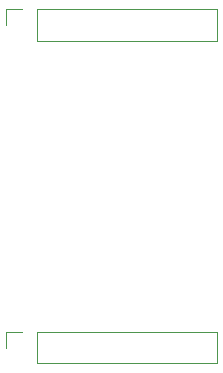
<source format=gbo>
G04 #@! TF.FileFunction,Legend,Bot*
%FSLAX46Y46*%
G04 Gerber Fmt 4.6, Leading zero omitted, Abs format (unit mm)*
G04 Created by KiCad (PCBNEW 4.0.7-e1-6374~58~ubuntu16.04.1) date Wed Aug  2 11:39:31 2017*
%MOMM*%
%LPD*%
G01*
G04 APERTURE LIST*
%ADD10C,0.100000*%
%ADD11C,0.120000*%
G04 APERTURE END LIST*
D10*
D11*
X165795000Y-131385000D02*
X165795000Y-134045000D01*
X150495000Y-131385000D02*
X165795000Y-131385000D01*
X150495000Y-134045000D02*
X165795000Y-134045000D01*
X150495000Y-131385000D02*
X150495000Y-134045000D01*
X149225000Y-131385000D02*
X147895000Y-131385000D01*
X147895000Y-131385000D02*
X147895000Y-132715000D01*
X165795000Y-104080000D02*
X165795000Y-106740000D01*
X150495000Y-104080000D02*
X165795000Y-104080000D01*
X150495000Y-106740000D02*
X165795000Y-106740000D01*
X150495000Y-104080000D02*
X150495000Y-106740000D01*
X149225000Y-104080000D02*
X147895000Y-104080000D01*
X147895000Y-104080000D02*
X147895000Y-105410000D01*
M02*

</source>
